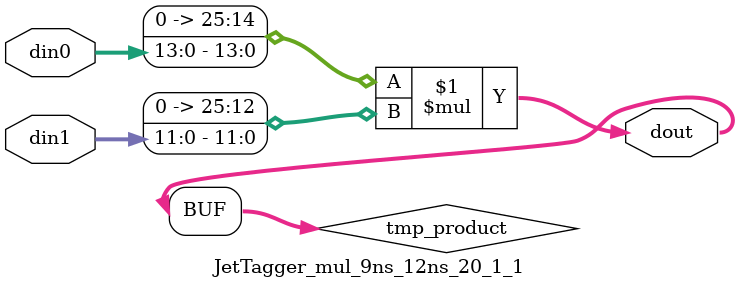
<source format=v>

`timescale 1 ns / 1 ps

  module JetTagger_mul_9ns_12ns_20_1_1(din0, din1, dout);
parameter ID = 1;
parameter NUM_STAGE = 0;
parameter din0_WIDTH = 14;
parameter din1_WIDTH = 12;
parameter dout_WIDTH = 26;

input [din0_WIDTH - 1 : 0] din0; 
input [din1_WIDTH - 1 : 0] din1; 
output [dout_WIDTH - 1 : 0] dout;

wire signed [dout_WIDTH - 1 : 0] tmp_product;










assign tmp_product = $signed({1'b0, din0}) * $signed({1'b0, din1});











assign dout = tmp_product;







endmodule

</source>
